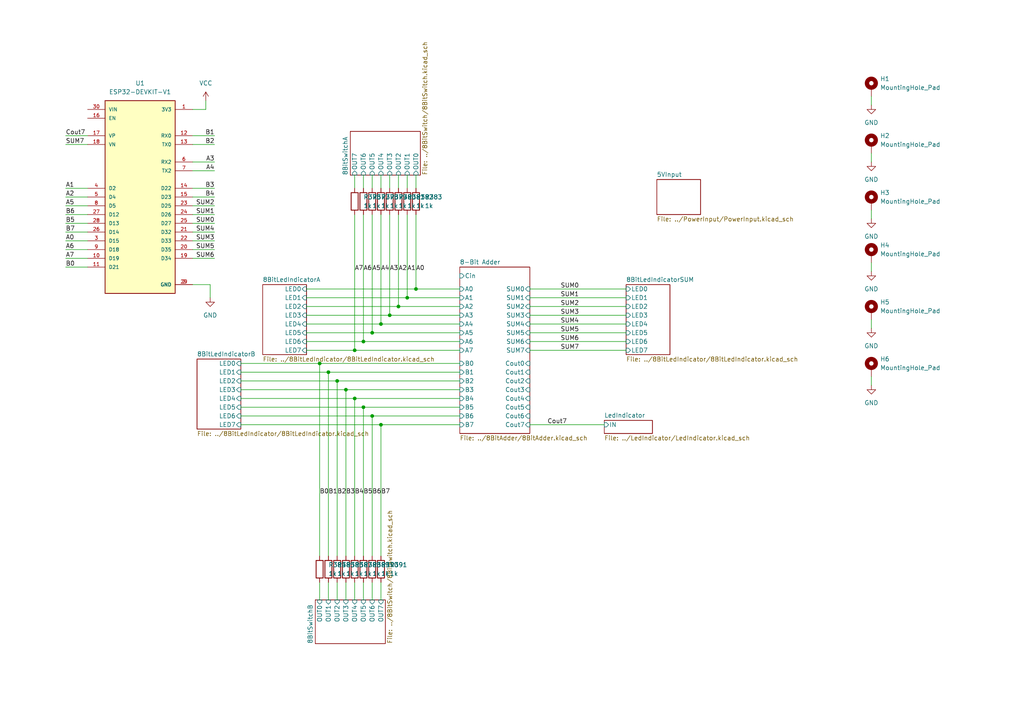
<source format=kicad_sch>
(kicad_sch (version 20231120) (generator "eeschema") (generator_version "8.0")
  (paper "A4")
  (lib_symbols
    (symbol "Device:R" (pin_numbers hide) (pin_names (offset 0))
      (property "Reference" "R" (at 2.032 0 90))
      (property "Value" "R" (at 0 0 90))
      (symbol "R_0_1"
        (rectangle (start -1.016 -2.54) (end 1.016 2.54) (stroke (width 0.254)))
      )
      (symbol "R_1_1"
        (pin passive line (at 0 3.81 270) (length 1.27) (name "~") (number "1"))
        (pin passive line (at 0 -3.81 90) (length 1.27) (name "~") (number "2"))
      )
    )
    (symbol "ESP32-DEVKIT-V1:ESP32-DEVKIT-V1" (pin_names (offset 1.016))
      (property "Reference" "U" (at -10.16 30.48 0))
      (property "Value" "ESP32-DEVKIT-V1" (at -10.16 -30.48 0))
      (symbol "ESP32-DEVKIT-V1_0_0"
        (rectangle (start -10.16 -27.94) (end 10.16 27.94) (stroke (width 0.254)) (fill (type background)))
        (pin output line (at 15.24 25.4 180) (length 5.08) (name "3V3") (number "1"))
        (pin bidirectional line (at -15.24 -17.78 0) (length 5.08) (name "D19") (number "10"))
        (pin bidirectional line (at -15.24 -20.32 0) (length 5.08) (name "D21") (number "11"))
        (pin input line (at 15.24 17.78 180) (length 5.08) (name "RX0") (number "12"))
        (pin output line (at 15.24 15.24 180) (length 5.08) (name "TX0") (number "13"))
        (pin bidirectional line (at 15.24 2.54 180) (length 5.08) (name "D22") (number "14"))
        (pin bidirectional line (at 15.24 0 180) (length 5.08) (name "D23") (number "15"))
        (pin input line (at -15.24 22.86 0) (length 5.08) (name "EN") (number "16"))
        (pin bidirectional line (at -15.24 17.78 0) (length 5.08) (name "VP") (number "17"))
        (pin bidirectional line (at -15.24 15.24 0) (length 5.08) (name "VN") (number "18"))
        (pin bidirectional line (at 15.24 -17.78 180) (length 5.08) (name "D34") (number "19"))
        (pin power_in line (at 15.24 -25.4 180) (length 5.08) (name "GND") (number "2"))
        (pin bidirectional line (at 15.24 -15.24 180) (length 5.08) (name "D35") (number "20"))
        (pin bidirectional line (at 15.24 -10.16 180) (length 5.08) (name "D32") (number "21"))
        (pin bidirectional line (at 15.24 -12.7 180) (length 5.08) (name "D33") (number "22"))
        (pin bidirectional line (at 15.24 -2.54 180) (length 5.08) (name "D25") (number "23"))
        (pin bidirectional line (at 15.24 -5.08 180) (length 5.08) (name "D26") (number "24"))
        (pin bidirectional line (at 15.24 -7.62 180) (length 5.08) (name "D27") (number "25"))
        (pin bidirectional line (at -15.24 -10.16 0) (length 5.08) (name "D14") (number "26"))
        (pin bidirectional line (at -15.24 -5.08 0) (length 5.08) (name "D12") (number "27"))
        (pin bidirectional line (at -15.24 -7.62 0) (length 5.08) (name "D13") (number "28"))
        (pin power_in line (at 15.24 -25.4 180) (length 5.08) (name "GND") (number "29"))
        (pin bidirectional line (at -15.24 -12.7 0) (length 5.08) (name "D15") (number "3"))
        (pin input line (at -15.24 25.4 0) (length 5.08) (name "VIN") (number "30"))
        (pin bidirectional line (at -15.24 2.54 0) (length 5.08) (name "D2") (number "4"))
        (pin bidirectional line (at -15.24 0 0) (length 5.08) (name "D4") (number "5"))
        (pin input line (at 15.24 10.16 180) (length 5.08) (name "RX2") (number "6"))
        (pin output line (at 15.24 7.62 180) (length 5.08) (name "TX2") (number "7"))
        (pin bidirectional line (at -15.24 -2.54 0) (length 5.08) (name "D5") (number "8"))
        (pin bidirectional line (at -15.24 -15.24 0) (length 5.08) (name "D18") (number "9"))
      )
    )
    (symbol "Mechanical:MountingHole_Pad" (pin_numbers hide) (pin_names (offset 1.016) hide) (exclude_from_sim yes) (in_bom no)
      (property "Reference" "H" (at 0 6.35 0))
      (property "Value" "MountingHole_Pad" (at 0 4.445 0))
      (symbol "MountingHole_Pad_0_1"
        (circle (center 0 1.27) (radius 1.27) (stroke (width 1.27)))
      )
      (symbol "MountingHole_Pad_1_1"
        (pin input line (at 0 -2.54 90) (length 2.54) (name "1") (number "1"))
      )
    )
    (symbol "power:GND" (power) (pin_numbers hide) (pin_names (offset 0) hide)
      (property "Value" "GND" (at 0 -3.81 0))
      (symbol "GND_0_1"
        (polyline (pts (xy 0 0) (xy 0 -1.27) (xy 1.27 -1.27) (xy 0 -2.54) (xy -1.27 -1.27) (xy 0 -1.27)))
      )
      (symbol "GND_1_1"
        (pin power_in line (at 0 0 270) (length 0) (name "~") (number "1"))
      )
    )
    (symbol "power:VCC" (power) (pin_numbers hide) (pin_names (offset 0) hide)
      (property "Value" "VCC" (at 0 3.556 0))
      (symbol "VCC_0_1"
        (polyline (pts (xy -0.762 1.27) (xy 0 2.54)))
        (polyline (pts (xy 0 0) (xy 0 2.54)))
        (polyline (pts (xy 0 2.54) (xy 0.762 1.27)))
      )
      (symbol "VCC_1_1"
        (pin power_in line (at 0 0 90) (length 0) (name "~") (number "1"))
      )
    )
  )
  (junction (at 105.41 99.06))
  (junction (at 95.25 107.95))
  (junction (at 113.03 91.44))
  (junction (at 100.33 113.03))
  (junction (at 118.11 86.36))
  (junction (at 102.87 115.57))
  (junction (at 120.65 83.82))
  (junction (at 97.79 110.49))
  (junction (at 115.57 88.9))
  (junction (at 102.87 101.6))
  (junction (at 105.41 118.11))
  (junction (at 107.95 96.52))
  (junction (at 107.95 120.65))
  (junction (at 110.49 93.98))
  (junction (at 110.49 123.19))
  (junction (at 92.71 105.41))
  (wire (pts (xy 69.85 123.19) (xy 110.49 123.19)))
  (wire (pts (xy 105.41 99.06) (xy 133.35 99.06)))
  (wire (pts (xy 19.05 41.91) (xy 25.4 41.91)))
  (wire (pts (xy 118.11 50.8) (xy 118.11 54.61)))
  (wire (pts (xy 97.79 110.49) (xy 97.79 161.29)))
  (wire (pts (xy 153.67 99.06) (xy 181.61 99.06)))
  (wire (pts (xy 62.23 59.69) (xy 55.88 59.69)))
  (wire (pts (xy 88.9 83.82) (xy 120.65 83.82)))
  (wire (pts (xy 92.71 168.91) (xy 92.71 173.99)))
  (wire (pts (xy 69.85 110.49) (xy 97.79 110.49)))
  (wire (pts (xy 19.05 67.31) (xy 25.4 67.31)))
  (wire (pts (xy 88.9 93.98) (xy 110.49 93.98)))
  (wire (pts (xy 69.85 120.65) (xy 107.95 120.65)))
  (wire (pts (xy 120.65 62.23) (xy 120.65 83.82)))
  (wire (pts (xy 19.05 77.47) (xy 25.4 77.47)))
  (wire (pts (xy 62.23 54.61) (xy 55.88 54.61)))
  (wire (pts (xy 252.73 109.22) (xy 252.73 111.76)))
  (wire (pts (xy 110.49 50.8) (xy 110.49 54.61)))
  (wire (pts (xy 62.23 74.93) (xy 55.88 74.93)))
  (wire (pts (xy 69.85 115.57) (xy 102.87 115.57)))
  (wire (pts (xy 105.41 118.11) (xy 105.41 161.29)))
  (wire (pts (xy 100.33 113.03) (xy 133.35 113.03)))
  (wire (pts (xy 62.23 49.53) (xy 55.88 49.53)))
  (wire (pts (xy 19.05 64.77) (xy 25.4 64.77)))
  (wire (pts (xy 153.67 83.82) (xy 181.61 83.82)))
  (wire (pts (xy 69.85 105.41) (xy 92.71 105.41)))
  (wire (pts (xy 105.41 118.11) (xy 133.35 118.11)))
  (wire (pts (xy 153.67 91.44) (xy 181.61 91.44)))
  (wire (pts (xy 153.67 96.52) (xy 181.61 96.52)))
  (wire (pts (xy 118.11 62.23) (xy 118.11 86.36)))
  (wire (pts (xy 92.71 105.41) (xy 92.71 161.29)))
  (wire (pts (xy 118.11 86.36) (xy 133.35 86.36)))
  (wire (pts (xy 55.88 82.55) (xy 60.96 82.55)))
  (wire (pts (xy 107.95 96.52) (xy 133.35 96.52)))
  (wire (pts (xy 113.03 50.8) (xy 113.03 54.61)))
  (wire (pts (xy 252.73 44.45) (xy 252.73 46.99)))
  (wire (pts (xy 113.03 62.23) (xy 113.03 91.44)))
  (wire (pts (xy 100.33 113.03) (xy 100.33 161.29)))
  (wire (pts (xy 88.9 101.6) (xy 102.87 101.6)))
  (wire (pts (xy 105.41 168.91) (xy 105.41 173.99)))
  (wire (pts (xy 69.85 113.03) (xy 100.33 113.03)))
  (wire (pts (xy 88.9 88.9) (xy 115.57 88.9)))
  (wire (pts (xy 153.67 123.19) (xy 175.26 123.19)))
  (wire (pts (xy 59.69 31.75) (xy 59.69 29.21)))
  (wire (pts (xy 115.57 50.8) (xy 115.57 54.61)))
  (wire (pts (xy 95.25 107.95) (xy 133.35 107.95)))
  (wire (pts (xy 105.41 50.8) (xy 105.41 54.61)))
  (wire (pts (xy 102.87 62.23) (xy 102.87 101.6)))
  (wire (pts (xy 107.95 120.65) (xy 133.35 120.65)))
  (wire (pts (xy 102.87 101.6) (xy 133.35 101.6)))
  (wire (pts (xy 252.73 92.71) (xy 252.73 95.25)))
  (wire (pts (xy 62.23 62.23) (xy 55.88 62.23)))
  (wire (pts (xy 102.87 115.57) (xy 133.35 115.57)))
  (wire (pts (xy 110.49 123.19) (xy 110.49 161.29)))
  (wire (pts (xy 55.88 31.75) (xy 59.69 31.75)))
  (wire (pts (xy 19.05 72.39) (xy 25.4 72.39)))
  (wire (pts (xy 88.9 91.44) (xy 113.03 91.44)))
  (wire (pts (xy 110.49 62.23) (xy 110.49 93.98)))
  (wire (pts (xy 95.25 168.91) (xy 95.25 173.99)))
  (wire (pts (xy 19.05 62.23) (xy 25.4 62.23)))
  (wire (pts (xy 62.23 46.99) (xy 55.88 46.99)))
  (wire (pts (xy 153.67 101.6) (xy 181.61 101.6)))
  (wire (pts (xy 115.57 88.9) (xy 133.35 88.9)))
  (wire (pts (xy 110.49 168.91) (xy 110.49 173.99)))
  (wire (pts (xy 110.49 93.98) (xy 133.35 93.98)))
  (wire (pts (xy 88.9 86.36) (xy 118.11 86.36)))
  (wire (pts (xy 62.23 69.85) (xy 55.88 69.85)))
  (wire (pts (xy 120.65 50.8) (xy 120.65 54.61)))
  (wire (pts (xy 102.87 50.8) (xy 102.87 54.61)))
  (wire (pts (xy 88.9 99.06) (xy 105.41 99.06)))
  (wire (pts (xy 252.73 60.96) (xy 252.73 63.5)))
  (wire (pts (xy 107.95 50.8) (xy 107.95 54.61)))
  (wire (pts (xy 110.49 123.19) (xy 133.35 123.19)))
  (wire (pts (xy 62.23 67.31) (xy 55.88 67.31)))
  (wire (pts (xy 19.05 69.85) (xy 25.4 69.85)))
  (wire (pts (xy 19.05 74.93) (xy 25.4 74.93)))
  (wire (pts (xy 102.87 168.91) (xy 102.87 173.99)))
  (wire (pts (xy 107.95 168.91) (xy 107.95 173.99)))
  (wire (pts (xy 252.73 27.94) (xy 252.73 30.48)))
  (wire (pts (xy 113.03 91.44) (xy 133.35 91.44)))
  (wire (pts (xy 102.87 115.57) (xy 102.87 161.29)))
  (wire (pts (xy 62.23 57.15) (xy 55.88 57.15)))
  (wire (pts (xy 107.95 120.65) (xy 107.95 161.29)))
  (wire (pts (xy 60.96 82.55) (xy 60.96 86.36)))
  (wire (pts (xy 92.71 105.41) (xy 133.35 105.41)))
  (wire (pts (xy 19.05 57.15) (xy 25.4 57.15)))
  (wire (pts (xy 100.33 168.91) (xy 100.33 173.99)))
  (wire (pts (xy 153.67 86.36) (xy 181.61 86.36)))
  (wire (pts (xy 62.23 64.77) (xy 55.88 64.77)))
  (wire (pts (xy 62.23 72.39) (xy 55.88 72.39)))
  (wire (pts (xy 115.57 62.23) (xy 115.57 88.9)))
  (wire (pts (xy 19.05 59.69) (xy 25.4 59.69)))
  (wire (pts (xy 62.23 41.91) (xy 55.88 41.91)))
  (wire (pts (xy 107.95 62.23) (xy 107.95 96.52)))
  (wire (pts (xy 62.23 39.37) (xy 55.88 39.37)))
  (wire (pts (xy 153.67 88.9) (xy 181.61 88.9)))
  (wire (pts (xy 120.65 83.82) (xy 133.35 83.82)))
  (wire (pts (xy 19.05 39.37) (xy 25.4 39.37)))
  (wire (pts (xy 97.79 110.49) (xy 133.35 110.49)))
  (wire (pts (xy 252.73 76.2) (xy 252.73 78.74)))
  (wire (pts (xy 105.41 62.23) (xy 105.41 99.06)))
  (wire (pts (xy 95.25 107.95) (xy 95.25 161.29)))
  (wire (pts (xy 153.67 93.98) (xy 181.61 93.98)))
  (wire (pts (xy 69.85 107.95) (xy 95.25 107.95)))
  (wire (pts (xy 88.9 96.52) (xy 107.95 96.52)))
  (wire (pts (xy 69.85 118.11) (xy 105.41 118.11)))
  (wire (pts (xy 97.79 168.91) (xy 97.79 173.99)))
  (wire (pts (xy 19.05 54.61) (xy 25.4 54.61)))
  (label "B4" (at 62.23 57.15 180))
  (label "B6" (at 19.05 62.23 0))
  (label "B1" (at 95.25 143.51 0))
  (label "B5" (at 105.41 143.51 0))
  (label "SUM2" (at 62.23 59.69 180))
  (label "SUM4" (at 162.56 93.98 0))
  (label "B5" (at 19.05 64.77 0))
  (label "A5" (at 107.95 78.74 0))
  (label "SUM3" (at 162.56 91.44 0))
  (label "SUM6" (at 62.23 74.93 180))
  (label "SUM0" (at 62.23 64.77 180))
  (label "A6" (at 105.41 78.74 0))
  (label "A4" (at 110.49 78.74 0))
  (label "B7" (at 110.49 143.51 0))
  (label "A1" (at 19.05 54.61 0))
  (label "B0" (at 19.05 77.47 0))
  (label "B7" (at 19.05 67.31 0))
  (label "SUM0" (at 162.56 83.82 0))
  (label "A2" (at 19.05 57.15 0))
  (label "A7" (at 102.87 78.74 0))
  (label "B6" (at 107.95 143.51 0))
  (label "B3" (at 100.33 143.51 0))
  (label "SUM5" (at 162.56 96.52 0))
  (label "B1" (at 62.23 39.37 180))
  (label "A1" (at 118.11 78.74 0))
  (label "A7" (at 19.05 74.93 0))
  (label "A3" (at 113.03 78.74 0))
  (label "SUM6" (at 162.56 99.06 0))
  (label "B2" (at 97.79 143.51 0))
  (label "A4" (at 62.23 49.53 180))
  (label "B3" (at 62.23 54.61 180))
  (label "A5" (at 19.05 59.69 0))
  (label "A2" (at 115.57 78.74 0))
  (label "A3" (at 62.23 46.99 180))
  (label "Cout7" (at 158.75 123.19 0))
  (label "A6" (at 19.05 72.39 0))
  (label "SUM5" (at 62.23 72.39 180))
  (label "A0" (at 120.65 78.74 0))
  (label "Cout7" (at 19.05 39.37 0))
  (label "SUM1" (at 62.23 62.23 180))
  (label "B4" (at 102.87 143.51 0))
  (label "SUM2" (at 162.56 88.9 0))
  (label "SUM1" (at 162.56 86.36 0))
  (label "SUM4" (at 62.23 67.31 180))
  (label "A0" (at 19.05 69.85 0))
  (label "B0" (at 92.71 143.51 0))
  (label "SUM3" (at 62.23 69.85 180))
  (label "SUM7" (at 162.56 101.6 0))
  (label "SUM7" (at 19.05 41.91 0))
  (label "B2" (at 62.23 41.91 180))
  (symbol (lib_id "Device:R") (at 110.49 58.42 0) (unit 1)
    (property "Reference" "R379" (at 113.03 57.1499 0) (effects (justify left)))
    (property "Value" "1k" (at 113.03 59.6899 0) (effects (justify left)))
    (property "Footprint" "Resistor_SMD:R_0805_2012Metric" (effects (hide yes)))
    (property "Datasheet" "https://jlcpcb.com/partdetail/320677-RC05K102JT/C343941" (effects (hide yes)))
    (property "Description" "C343941" (effects (hide yes)))
  )
  (symbol (lib_id "Device:R") (at 100.33 165.1 0) (unit 1)
    (property "Reference" "R387" (at 102.87 163.8299 0) (effects (justify left)))
    (property "Value" "1k" (at 102.87 166.3699 0) (effects (justify left)))
    (property "Footprint" "Resistor_SMD:R_0805_2012Metric" (effects (hide yes)))
    (property "Datasheet" "https://jlcpcb.com/partdetail/320677-RC05K102JT/C343941" (effects (hide yes)))
    (property "Description" "C343941" (effects (hide yes)))
  )
  (symbol (lib_id "Mechanical:MountingHole_Pad") (at 252.73 73.66 0) (unit 1) (exclude_from_sim yes) (in_bom no)
    (property "Reference" "H4" (at 255.27 71.1199 0) (effects (justify left)))
    (property "Value" "MountingHole_Pad" (at 255.27 73.6599 0) (effects (justify left)))
    (property "Footprint" "MountingHole:MountingHole_3.2mm_M3_ISO7380_Pad" (effects (hide yes)))
    (property "Description" "Mounting Hole with connection" (effects (hide yes)))
  )
  (symbol (lib_id "power:VCC") (at 59.69 29.21 0) (unit 1)
    (property "Reference" "#PWR0277" (effects (hide yes)))
    (property "Value" "VCC" (at 59.69 24.13 0))
    (property "Description" "Power symbol creates a global label with name \"VCC\"" (effects (hide yes)))
  )
  (symbol (lib_id "power:GND") (at 252.73 95.25 0) (unit 1)
    (property "Reference" "#PWR0283" (effects (hide yes)))
    (property "Value" "GND" (at 252.73 100.33 0))
    (property "Description" "Power symbol creates a global label with name \"GND\" , ground" (effects (hide yes)))
  )
  (symbol (lib_id "Mechanical:MountingHole_Pad") (at 252.73 106.68 0) (unit 1) (exclude_from_sim yes) (in_bom no)
    (property "Reference" "H6" (at 255.27 104.1399 0) (effects (justify left)))
    (property "Value" "MountingHole_Pad" (at 255.27 106.6799 0) (effects (justify left)))
    (property "Footprint" "MountingHole:MountingHole_3.2mm_M3_ISO7380_Pad" (effects (hide yes)))
    (property "Description" "Mounting Hole with connection" (effects (hide yes)))
  )
  (symbol (lib_id "Device:R") (at 105.41 58.42 0) (unit 1)
    (property "Reference" "R377" (at 107.95 57.1499 0) (effects (justify left)))
    (property "Value" "1k" (at 107.95 59.6899 0) (effects (justify left)))
    (property "Footprint" "Resistor_SMD:R_0805_2012Metric" (effects (hide yes)))
    (property "Datasheet" "https://jlcpcb.com/partdetail/320677-RC05K102JT/C343941" (effects (hide yes)))
    (property "Description" "C343941" (effects (hide yes)))
  )
  (symbol (lib_id "Device:R") (at 110.49 165.1 0) (unit 1)
    (property "Reference" "R391" (at 113.03 163.8299 0) (effects (justify left)))
    (property "Value" "1k" (at 113.03 166.3699 0) (effects (justify left)))
    (property "Footprint" "Resistor_SMD:R_0805_2012Metric" (effects (hide yes)))
    (property "Datasheet" "https://jlcpcb.com/partdetail/320677-RC05K102JT/C343941" (effects (hide yes)))
    (property "Description" "C343941" (effects (hide yes)))
  )
  (symbol (lib_id "power:GND") (at 60.96 86.36 0) (unit 1)
    (property "Reference" "#PWR0278" (effects (hide yes)))
    (property "Value" "GND" (at 60.96 91.44 0))
    (property "Description" "Power symbol creates a global label with name \"GND\" , ground" (effects (hide yes)))
  )
  (symbol (lib_id "ESP32-DEVKIT-V1:ESP32-DEVKIT-V1") (at 40.64 57.15 0) (unit 1)
    (property "Reference" "U1" (at 40.64 24.13 0))
    (property "Value" "ESP32-DEVKIT-V1" (at 40.64 26.67 0))
    (property "Footprint" "footprints:MODULE_ESP32_DEVKIT_V1" (effects (hide yes)))
    (property "MF" "Do it" (effects (hide yes)))
    (property "MAXIMUM_PACKAGE_HEIGHT" "6.8 mm" (effects (hide yes)))
    (property "Package" "None" (effects (hide yes)))
    (property "Price" "None" (effects (hide yes)))
    (property "Check_prices" "https://www.snapeda.com/parts/ESP32-DEVKIT-V1/Do+it/view-part/?ref=eda" (effects (hide yes)))
    (property "STANDARD" "Manufacturer Recommendations" (effects (hide yes)))
    (property "PARTREV" "N/A" (effects (hide yes)))
    (property "SnapEDA_Link" "https://www.snapeda.com/parts/ESP32-DEVKIT-V1/Do+it/view-part/?ref=snap" (effects (hide yes)))
    (property "MP" "ESP32-DEVKIT-V1" (effects (hide yes)))
    (property "Description_1" "\nDual core, Wi-Fi: 2.4 GHz up to 150 Mbits/s,BLE (Bluetooth Low Energy) and legacy Bluetooth, 32 bits, Up to 240 MHz\n" (effects (hide yes)))
    (property "Availability" "Not in stock" (effects (hide yes)))
    (property "MANUFACTURER" "DOIT" (effects (hide yes)))
  )
  (symbol (lib_id "power:GND") (at 252.73 78.74 0) (unit 1)
    (property "Reference" "#PWR0282" (effects (hide yes)))
    (property "Value" "GND" (at 252.73 83.82 0))
    (property "Description" "Power symbol creates a global label with name \"GND\" , ground" (effects (hide yes)))
  )
  (symbol (lib_id "Device:R") (at 107.95 58.42 0) (unit 1)
    (property "Reference" "R378" (at 110.49 57.1499 0) (effects (justify left)))
    (property "Value" "1k" (at 110.49 59.6899 0) (effects (justify left)))
    (property "Footprint" "Resistor_SMD:R_0805_2012Metric" (effects (hide yes)))
    (property "Datasheet" "https://jlcpcb.com/partdetail/320677-RC05K102JT/C343941" (effects (hide yes)))
    (property "Description" "C343941" (effects (hide yes)))
  )
  (symbol (lib_id "Mechanical:MountingHole_Pad") (at 252.73 58.42 0) (unit 1) (exclude_from_sim yes) (in_bom no)
    (property "Reference" "H3" (at 255.27 55.8799 0) (effects (justify left)))
    (property "Value" "MountingHole_Pad" (at 255.27 58.4199 0) (effects (justify left)))
    (property "Footprint" "MountingHole:MountingHole_3.2mm_M3_ISO7380_Pad" (effects (hide yes)))
    (property "Description" "Mounting Hole with connection" (effects (hide yes)))
  )
  (symbol (lib_id "Device:R") (at 102.87 58.42 0) (unit 1)
    (property "Reference" "R376" (at 105.41 57.1499 0) (effects (justify left)))
    (property "Value" "1k" (at 105.41 59.6899 0) (effects (justify left)))
    (property "Footprint" "Resistor_SMD:R_0805_2012Metric" (effects (hide yes)))
    (property "Datasheet" "https://jlcpcb.com/partdetail/320677-RC05K102JT/C343941" (effects (hide yes)))
    (property "Description" "C343941" (effects (hide yes)))
  )
  (symbol (lib_id "Device:R") (at 118.11 58.42 0) (unit 1)
    (property "Reference" "R382" (at 120.65 57.1499 0) (effects (justify left)))
    (property "Value" "1k" (at 120.65 59.6899 0) (effects (justify left)))
    (property "Footprint" "Resistor_SMD:R_0805_2012Metric" (effects (hide yes)))
    (property "Datasheet" "https://jlcpcb.com/partdetail/320677-RC05K102JT/C343941" (effects (hide yes)))
    (property "Description" "C343941" (effects (hide yes)))
  )
  (symbol (lib_id "Device:R") (at 115.57 58.42 0) (unit 1)
    (property "Reference" "R381" (at 118.11 57.1499 0) (effects (justify left)))
    (property "Value" "1k" (at 118.11 59.6899 0) (effects (justify left)))
    (property "Footprint" "Resistor_SMD:R_0805_2012Metric" (effects (hide yes)))
    (property "Datasheet" "https://jlcpcb.com/partdetail/320677-RC05K102JT/C343941" (effects (hide yes)))
    (property "Description" "C343941" (effects (hide yes)))
  )
  (symbol (lib_id "power:GND") (at 252.73 30.48 0) (unit 1)
    (property "Reference" "#PWR0279" (effects (hide yes)))
    (property "Value" "GND" (at 252.73 35.56 0))
    (property "Description" "Power symbol creates a global label with name \"GND\" , ground" (effects (hide yes)))
  )
  (symbol (lib_id "Device:R") (at 113.03 58.42 0) (unit 1)
    (property "Reference" "R380" (at 115.57 57.1499 0) (effects (justify left)))
    (property "Value" "1k" (at 115.57 59.6899 0) (effects (justify left)))
    (property "Footprint" "Resistor_SMD:R_0805_2012Metric" (effects (hide yes)))
    (property "Datasheet" "https://jlcpcb.com/partdetail/320677-RC05K102JT/C343941" (effects (hide yes)))
    (property "Description" "C343941" (effects (hide yes)))
  )
  (symbol (lib_id "power:GND") (at 252.73 63.5 0) (unit 1)
    (property "Reference" "#PWR0281" (effects (hide yes)))
    (property "Value" "GND" (at 252.73 68.58 0))
    (property "Description" "Power symbol creates a global label with name \"GND\" , ground" (effects (hide yes)))
  )
  (symbol (lib_id "Device:R") (at 120.65 58.42 0) (unit 1)
    (property "Reference" "R383" (at 123.19 57.1499 0) (effects (justify left)))
    (property "Value" "1k" (at 123.19 59.6899 0) (effects (justify left)))
    (property "Footprint" "Resistor_SMD:R_0805_2012Metric" (effects (hide yes)))
    (property "Datasheet" "https://jlcpcb.com/partdetail/320677-RC05K102JT/C343941" (effects (hide yes)))
    (property "Description" "C343941" (effects (hide yes)))
  )
  (symbol (lib_id "power:GND") (at 252.73 111.76 0) (unit 1)
    (property "Reference" "#PWR0284" (effects (hide yes)))
    (property "Value" "GND" (at 252.73 116.84 0))
    (property "Description" "Power symbol creates a global label with name \"GND\" , ground" (effects (hide yes)))
  )
  (symbol (lib_id "Device:R") (at 105.41 165.1 0) (unit 1)
    (property "Reference" "R389" (at 107.95 163.8299 0) (effects (justify left)))
    (property "Value" "1k" (at 107.95 166.3699 0) (effects (justify left)))
    (property "Footprint" "Resistor_SMD:R_0805_2012Metric" (effects (hide yes)))
    (property "Datasheet" "https://jlcpcb.com/partdetail/320677-RC05K102JT/C343941" (effects (hide yes)))
    (property "Description" "C343941" (effects (hide yes)))
  )
  (symbol (lib_id "Mechanical:MountingHole_Pad") (at 252.73 41.91 0) (unit 1) (exclude_from_sim yes) (in_bom no)
    (property "Reference" "H2" (at 255.27 39.3699 0) (effects (justify left)))
    (property "Value" "MountingHole_Pad" (at 255.27 41.9099 0) (effects (justify left)))
    (property "Footprint" "MountingHole:MountingHole_3.2mm_M3_ISO7380_Pad" (effects (hide yes)))
    (property "Description" "Mounting Hole with connection" (effects (hide yes)))
  )
  (symbol (lib_id "Device:R") (at 107.95 165.1 0) (unit 1)
    (property "Reference" "R390" (at 110.49 163.8299 0) (effects (justify left)))
    (property "Value" "1k" (at 110.49 166.3699 0) (effects (justify left)))
    (property "Footprint" "Resistor_SMD:R_0805_2012Metric" (effects (hide yes)))
    (property "Datasheet" "https://jlcpcb.com/partdetail/320677-RC05K102JT/C343941" (effects (hide yes)))
    (property "Description" "C343941" (effects (hide yes)))
  )
  (symbol (lib_id "Device:R") (at 95.25 165.1 0) (unit 1)
    (property "Reference" "R385" (at 97.79 163.8299 0) (effects (justify left)))
    (property "Value" "1k" (at 97.79 166.3699 0) (effects (justify left)))
    (property "Footprint" "Resistor_SMD:R_0805_2012Metric" (effects (hide yes)))
    (property "Datasheet" "https://jlcpcb.com/partdetail/320677-RC05K102JT/C343941" (effects (hide yes)))
    (property "Description" "C343941" (effects (hide yes)))
  )
  (symbol (lib_id "Mechanical:MountingHole_Pad") (at 252.73 90.17 0) (unit 1) (exclude_from_sim yes) (in_bom no)
    (property "Reference" "H5" (at 255.27 87.6299 0) (effects (justify left)))
    (property "Value" "MountingHole_Pad" (at 255.27 90.1699 0) (effects (justify left)))
    (property "Footprint" "MountingHole:MountingHole_3.2mm_M3_ISO7380_Pad" (effects (hide yes)))
    (property "Description" "Mounting Hole with connection" (effects (hide yes)))
  )
  (symbol (lib_id "power:GND") (at 252.73 46.99 0) (unit 1)
    (property "Reference" "#PWR0280" (effects (hide yes)))
    (property "Value" "GND" (at 252.73 52.07 0))
    (property "Description" "Power symbol creates a global label with name \"GND\" , ground" (effects (hide yes)))
  )
  (symbol (lib_id "Device:R") (at 102.87 165.1 0) (unit 1)
    (property "Reference" "R388" (at 105.41 163.8299 0) (effects (justify left)))
    (property "Value" "1k" (at 105.41 166.3699 0) (effects (justify left)))
    (property "Footprint" "Resistor_SMD:R_0805_2012Metric" (effects (hide yes)))
    (property "Datasheet" "https://jlcpcb.com/partdetail/320677-RC05K102JT/C343941" (effects (hide yes)))
    (property "Description" "C343941" (effects (hide yes)))
  )
  (symbol (lib_id "Mechanical:MountingHole_Pad") (at 252.73 25.4 0) (unit 1) (exclude_from_sim yes) (in_bom no)
    (property "Reference" "H1" (at 255.27 22.8599 0) (effects (justify left)))
    (property "Value" "MountingHole_Pad" (at 255.27 25.3999 0) (effects (justify left)))
    (property "Footprint" "MountingHole:MountingHole_3.2mm_M3_ISO7380_Pad" (effects (hide yes)))
    (property "Description" "Mounting Hole with connection" (effects (hide yes)))
  )
  (symbol (lib_id "Device:R") (at 92.71 165.1 0) (unit 1)
    (property "Reference" "R384" (at 95.25 163.8299 0) (effects (justify left)))
    (property "Value" "1k" (at 95.25 166.3699 0) (effects (justify left)))
    (property "Footprint" "Resistor_SMD:R_0805_2012Metric" (effects (hide yes)))
    (property "Datasheet" "https://jlcpcb.com/partdetail/320677-RC05K102JT/C343941" (effects (hide yes)))
    (property "Description" "C343941" (effects (hide yes)))
  )
  (symbol (lib_id "Device:R") (at 97.79 165.1 0) (unit 1)
    (property "Reference" "R386" (at 100.33 163.8299 0) (effects (justify left)))
    (property "Value" "1k" (at 100.33 166.3699 0) (effects (justify left)))
    (property "Footprint" "Resistor_SMD:R_0805_2012Metric" (effects (hide yes)))
    (property "Datasheet" "https://jlcpcb.com/partdetail/320677-RC05K102JT/C343941" (effects (hide yes)))
    (property "Description" "C343941" (effects (hide yes)))
  )
  (sheet (at 181.61 82.55) (size 12.7 20.32) (stroke (width 0.1524))
    (property "Sheetname" "8BitLedIndicatorSUM" (at 181.61 81.8384 0) (effects (justify left bottom)))
    (property "Sheetfile" "../8BitLedIndicator/8BitLedIndicator.kicad_sch" (at 181.61 103.4546 0) (effects (justify left top)))
    (pin "LED1" input (at 181.61 86.36 180))
    (pin "LED2" input (at 181.61 88.9 180))
    (pin "LED0" input (at 181.61 83.82 180))
    (pin "LED3" input (at 181.61 91.44 180))
    (pin "LED6" input (at 181.61 99.06 180))
    (pin "LED4" input (at 181.61 93.98 180))
    (pin "LED5" input (at 181.61 96.52 180))
    (pin "LED7" input (at 181.61 101.6 180))
  )
  (sheet (at 133.35 77.47) (size 20.32 48.26) (stroke (width 0.1524))
    (property "Sheetname" "8-Bit Adder" (at 133.35 76.7584 0) (effects (justify left bottom)))
    (property "Sheetfile" "../8BitAdder/8BitAdder.kicad_sch" (at 133.35 126.3146 0) (effects (justify left top)))
    (pin "SUM7" input (at 153.67 101.6 0))
    (pin "A7" input (at 133.35 101.6 180))
    (pin "B7" input (at 133.35 123.19 180))
    (pin "SUM5" input (at 153.67 96.52 0))
    (pin "SUM6" input (at 153.67 99.06 0))
    (pin "A6" input (at 133.35 99.06 180))
    (pin "A5" input (at 133.35 96.52 180))
    (pin "B5" input (at 133.35 118.11 180))
    (pin "B6" input (at 133.35 120.65 180))
    (pin "A2" input (at 133.35 88.9 180))
    (pin "B2" input (at 133.35 110.49 180))
    (pin "A3" input (at 133.35 91.44 180))
    (pin "SUM2" input (at 153.67 88.9 0))
    (pin "SUM3" input (at 153.67 91.44 0))
    (pin "SUM4" input (at 153.67 93.98 0))
    (pin "A4" input (at 133.35 93.98 180))
    (pin "B3" input (at 133.35 113.03 180))
    (pin "B4" input (at 133.35 115.57 180))
    (pin "SUM0" input (at 153.67 83.82 0))
    (pin "SUM1" input (at 153.67 86.36 0))
    (pin "A0" input (at 133.35 83.82 180))
    (pin "Cin" input (at 133.35 80.01 180))
    (pin "B0" input (at 133.35 105.41 180))
    (pin "A1" input (at 133.35 86.36 180))
    (pin "B1" input (at 133.35 107.95 180))
    (pin "Cout6" input (at 153.67 120.65 0))
    (pin "Cout5" input (at 153.67 118.11 0))
    (pin "Cout3" input (at 153.67 113.03 0))
    (pin "Cout4" input (at 153.67 115.57 0))
    (pin "Cout2" input (at 153.67 110.49 0))
    (pin "Cout1" input (at 153.67 107.95 0))
    (pin "Cout0" input (at 153.67 105.41 0))
    (pin "Cout7" input (at 153.67 123.19 0))
  )
  (sheet (at 190.5 52.07) (size 12.7 10.16) (stroke (width 0.1524))
    (property "Sheetname" "5VInput" (at 190.5 51.3584 0) (effects (justify left bottom)))
    (property "Sheetfile" "../PowerInput/PowerInput.kicad_sch" (at 190.5 62.8146 0) (effects (justify left top)))
  )
  (sheet (at 91.44 173.99) (size 20.32 12.7) (stroke (width 0.1524))
    (property "Sheetname" "8BitSwitchB" (at 90.7284 186.69 90) (effects (justify left bottom)))
    (property "Sheetfile" "../8BitSwitch/8BitSwitch.kicad_sch" (at 112.3446 186.69 90) (effects (justify left top)))
    (pin "OUT0" input (at 92.71 173.99 90))
    (pin "OUT1" input (at 95.25 173.99 90))
    (pin "OUT2" input (at 97.79 173.99 90))
    (pin "OUT4" input (at 102.87 173.99 90))
    (pin "OUT3" input (at 100.33 173.99 90))
    (pin "OUT5" input (at 105.41 173.99 90))
    (pin "OUT6" input (at 107.95 173.99 90))
    (pin "OUT7" input (at 110.49 173.99 90))
  )
  (sheet (at 57.15 104.14) (size 12.7 20.32) (stroke (width 0.1524))
    (property "Sheetname" "8BitLedIndicatorB" (at 57.15 103.4284 0) (effects (justify left bottom)))
    (property "Sheetfile" "../8BitLedIndicator/8BitLedIndicator.kicad_sch" (at 57.15 125.0446 0) (effects (justify left top)))
    (pin "LED1" input (at 69.85 107.95 0))
    (pin "LED2" input (at 69.85 110.49 0))
    (pin "LED0" input (at 69.85 105.41 0))
    (pin "LED3" input (at 69.85 113.03 0))
    (pin "LED6" input (at 69.85 120.65 0))
    (pin "LED4" input (at 69.85 115.57 0))
    (pin "LED5" input (at 69.85 118.11 0))
    (pin "LED7" input (at 69.85 123.19 0))
  )
  (sheet (at 175.26 121.92) (size 13.97 3.81) (stroke (width 0.1524))
    (property "Sheetname" "LedIndicator" (at 175.26 121.2084 0) (effects (justify left bottom)))
    (property "Sheetfile" "../LedIndicator/LedIndicator.kicad_sch" (at 175.26 126.3146 0) (effects (justify left top)))
    (pin "IN" input (at 175.26 123.19 180))
  )
  (sheet (at 76.2 82.55) (size 12.7 20.32) (stroke (width 0.1524))
    (property "Sheetname" "8BitLedIndicatorA" (at 76.2 81.8384 0) (effects (justify left bottom)))
    (property "Sheetfile" "../8BitLedIndicator/8BitLedIndicator.kicad_sch" (at 76.2 103.4546 0) (effects (justify left top)))
    (pin "LED1" input (at 88.9 86.36 0))
    (pin "LED2" input (at 88.9 88.9 0))
    (pin "LED0" input (at 88.9 83.82 0))
    (pin "LED3" input (at 88.9 91.44 0))
    (pin "LED6" input (at 88.9 99.06 0))
    (pin "LED4" input (at 88.9 93.98 0))
    (pin "LED5" input (at 88.9 96.52 0))
    (pin "LED7" input (at 88.9 101.6 0))
  )
  (sheet (at 101.6 38.1) (size 20.32 12.7) (stroke (width 0.1524))
    (property "Sheetname" "8BitSwitchA" (at 100.8884 50.8 90) (effects (justify left bottom)))
    (property "Sheetfile" "../8BitSwitch/8BitSwitch.kicad_sch" (at 122.5046 50.8 90) (effects (justify left top)))
    (pin "OUT0" input (at 120.65 50.8 270))
    (pin "OUT1" input (at 118.11 50.8 270))
    (pin "OUT2" input (at 115.57 50.8 270))
    (pin "OUT4" input (at 110.49 50.8 270))
    (pin "OUT3" input (at 113.03 50.8 270))
    (pin "OUT5" input (at 107.95 50.8 270))
    (pin "OUT6" input (at 105.41 50.8 270))
    (pin "OUT7" input (at 102.87 50.8 270))
  )
)
</source>
